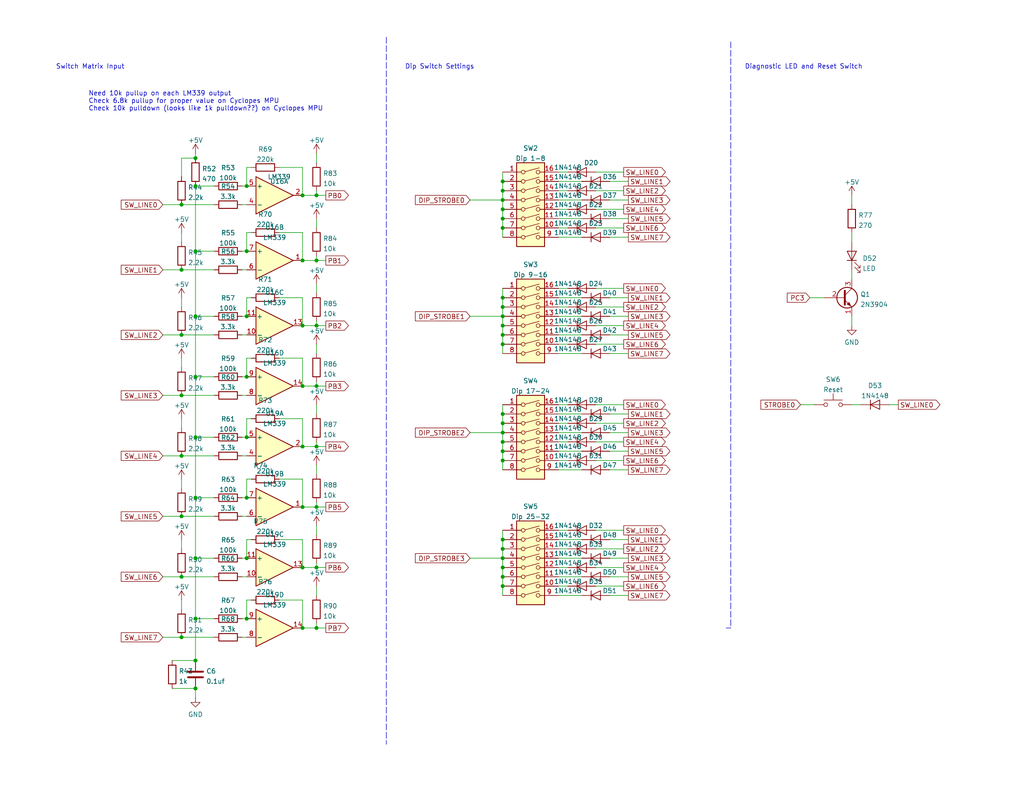
<source format=kicad_sch>
(kicad_sch (version 20211123) (generator eeschema)
  (paper "USLetter")
  (title_block (title "Switch Matrix, Dip Switches and Diag/Reset Sw") (date "2022-02-05") (rev "1.1") (company "ePinball") (comment 1 "github.com/jfleitz/gp-mpu") (comment 2 "1.1: Update R52 = 470, R43 = 1k; Add R83-R90"))
  (junction (at 53.34 43.18))
  (junction (at 49.53 107.95))
  (junction (at 137.16 154.94))
  (junction (at 49.53 91.44))
  (junction (at 137.16 86.36))
  (junction (at 86.36 154.94))
  (junction (at 53.34 50.8))
  (junction (at 53.34 119.38))
  (junction (at 137.16 88.9))
  (junction (at 67.31 119.38))
  (junction (at 53.34 168.91))
  (junction (at 137.16 120.65))
  (junction (at 137.16 147.32))
  (junction (at 67.31 168.91))
  (junction (at 137.16 62.23))
  (junction (at 53.34 135.89))
  (junction (at 137.16 59.69))
  (junction (at 82.55 71.12))
  (junction (at 137.16 54.61))
  (junction (at 82.55 88.9))
  (junction (at 67.31 152.4))
  (junction (at 137.16 81.28))
  (junction (at 86.36 171.45))
  (junction (at 82.55 138.43))
  (junction (at 67.31 68.58))
  (junction (at 49.53 140.97))
  (junction (at 137.16 49.53))
  (junction (at 86.36 138.43))
  (junction (at 53.34 102.87))
  (junction (at 82.55 121.92))
  (junction (at 49.53 124.46))
  (junction (at 137.16 115.57))
  (junction (at 82.55 171.45))
  (junction (at 137.16 118.11))
  (junction (at 53.34 187.96))
  (junction (at 86.36 88.9))
  (junction (at 137.16 91.44))
  (junction (at 137.16 125.73))
  (junction (at 86.36 53.34))
  (junction (at 137.16 93.98))
  (junction (at 82.55 105.41))
  (junction (at 137.16 160.02))
  (junction (at 86.36 105.41))
  (junction (at 67.31 86.36))
  (junction (at 137.16 52.07))
  (junction (at 137.16 152.4))
  (junction (at 49.53 55.88))
  (junction (at 49.53 157.48))
  (junction (at 53.34 86.36))
  (junction (at 53.34 152.4))
  (junction (at 137.16 149.86))
  (junction (at 82.55 53.34))
  (junction (at 86.36 71.12))
  (junction (at 67.31 102.87))
  (junction (at 137.16 123.19))
  (junction (at 67.31 50.8))
  (junction (at 137.16 57.15))
  (junction (at 53.34 68.58))
  (junction (at 53.34 180.34))
  (junction (at 137.16 113.03))
  (junction (at 49.53 73.66))
  (junction (at 86.36 121.92))
  (junction (at 49.53 173.99))
  (junction (at 67.31 135.89))
  (junction (at 82.55 154.94))
  (junction (at 137.16 157.48))
  (junction (at 137.16 83.82))
  (wire (pts (xy 86.36 110.49) (xy 86.36 113.03)))
  (wire (pts (xy 44.45 91.44) (xy 49.53 91.44)))
  (wire (pts (xy 53.34 119.38) (xy 53.34 102.87)))
  (wire (pts (xy 162.56 125.73) (xy 170.18 125.73)))
  (wire (pts (xy 49.53 55.88) (xy 58.42 55.88)))
  (wire (pts (xy 152.4 162.56) (xy 158.75 162.56)))
  (wire (pts (xy 82.55 63.5) (xy 82.55 71.12)))
  (wire (pts (xy 82.55 105.41) (xy 86.36 105.41)))
  (wire (pts (xy 162.56 154.94) (xy 170.18 154.94)))
  (wire (pts (xy 137.16 123.19) (xy 137.16 125.73)))
  (wire (pts (xy 137.16 78.74) (xy 137.16 81.28)))
  (wire (pts (xy 82.55 45.72) (xy 82.55 53.34)))
  (wire (pts (xy 137.16 54.61) (xy 137.16 57.15)))
  (wire (pts (xy 232.41 53.34) (xy 232.41 55.88)))
  (wire (pts (xy 66.04 119.38) (xy 67.31 119.38)))
  (wire (pts (xy 162.56 46.99) (xy 170.18 46.99)))
  (wire (pts (xy 152.4 144.78) (xy 154.94 144.78)))
  (wire (pts (xy 67.31 45.72) (xy 68.58 45.72)))
  (wire (pts (xy 82.55 163.83) (xy 82.55 171.45)))
  (wire (pts (xy 53.34 86.36) (xy 58.42 86.36)))
  (wire (pts (xy 86.36 104.14) (xy 86.36 105.41)))
  (wire (pts (xy 166.37 123.19) (xy 171.45 123.19)))
  (wire (pts (xy 152.4 123.19) (xy 158.75 123.19)))
  (wire (pts (xy 86.36 77.47) (xy 86.36 80.01)))
  (wire (pts (xy 162.56 110.49) (xy 170.18 110.49)))
  (wire (pts (xy 49.53 147.32) (xy 49.53 149.86)))
  (wire (pts (xy 86.36 121.92) (xy 88.9 121.92)))
  (wire (pts (xy 82.55 53.34) (xy 86.36 53.34)))
  (wire (pts (xy 53.34 68.58) (xy 53.34 86.36)))
  (wire (pts (xy 67.31 102.87) (xy 67.31 97.79)))
  (wire (pts (xy 162.56 78.74) (xy 170.18 78.74)))
  (wire (pts (xy 218.44 110.49) (xy 222.25 110.49)))
  (wire (pts (xy 67.31 147.32) (xy 68.58 147.32)))
  (wire (pts (xy 152.4 118.11) (xy 158.75 118.11)))
  (wire (pts (xy 67.31 152.4) (xy 67.31 147.32)))
  (wire (pts (xy 82.55 171.45) (xy 86.36 171.45)))
  (wire (pts (xy 53.34 168.91) (xy 53.34 180.34)))
  (wire (pts (xy 152.4 93.98) (xy 154.94 93.98)))
  (polyline (pts (xy 198.12 171.45) (xy 199.39 171.45)))
  (wire (pts (xy 49.53 107.95) (xy 58.42 107.95)))
  (wire (pts (xy 137.16 154.94) (xy 137.16 157.48)))
  (wire (pts (xy 76.2 63.5) (xy 82.55 63.5)))
  (wire (pts (xy 162.56 160.02) (xy 170.18 160.02)))
  (wire (pts (xy 137.16 91.44) (xy 137.16 93.98)))
  (wire (pts (xy 152.4 62.23) (xy 154.94 62.23)))
  (wire (pts (xy 49.53 140.97) (xy 58.42 140.97)))
  (wire (pts (xy 76.2 163.83) (xy 82.55 163.83)))
  (wire (pts (xy 220.98 81.28) (xy 224.79 81.28)))
  (wire (pts (xy 49.53 73.66) (xy 58.42 73.66)))
  (wire (pts (xy 67.31 81.28) (xy 68.58 81.28)))
  (wire (pts (xy 46.99 180.34) (xy 53.34 180.34)))
  (wire (pts (xy 166.37 49.53) (xy 171.45 49.53)))
  (wire (pts (xy 67.31 163.83) (xy 68.58 163.83)))
  (wire (pts (xy 152.4 157.48) (xy 158.75 157.48)))
  (wire (pts (xy 162.56 144.78) (xy 170.18 144.78)))
  (wire (pts (xy 86.36 120.65) (xy 86.36 121.92)))
  (wire (pts (xy 44.45 173.99) (xy 49.53 173.99)))
  (wire (pts (xy 162.56 120.65) (xy 170.18 120.65)))
  (wire (pts (xy 49.53 114.3) (xy 49.53 116.84)))
  (wire (pts (xy 44.45 55.88) (xy 49.53 55.88)))
  (wire (pts (xy 66.04 173.99) (xy 67.31 173.99)))
  (wire (pts (xy 232.41 86.36) (xy 232.41 88.9)))
  (wire (pts (xy 49.53 63.5) (xy 49.53 66.04)))
  (wire (pts (xy 86.36 171.45) (xy 88.9 171.45)))
  (wire (pts (xy 162.56 62.23) (xy 170.18 62.23)))
  (wire (pts (xy 166.37 91.44) (xy 171.45 91.44)))
  (wire (pts (xy 58.42 152.4) (xy 53.34 152.4)))
  (wire (pts (xy 58.42 168.91) (xy 53.34 168.91)))
  (wire (pts (xy 166.37 162.56) (xy 171.45 162.56)))
  (wire (pts (xy 86.36 154.94) (xy 88.9 154.94)))
  (wire (pts (xy 67.31 68.58) (xy 67.31 63.5)))
  (wire (pts (xy 152.4 128.27) (xy 158.75 128.27)))
  (wire (pts (xy 137.16 81.28) (xy 137.16 83.82)))
  (wire (pts (xy 82.55 147.32) (xy 82.55 154.94)))
  (wire (pts (xy 76.2 130.81) (xy 82.55 130.81)))
  (wire (pts (xy 53.34 119.38) (xy 53.34 135.89)))
  (wire (pts (xy 232.41 63.5) (xy 232.41 66.04)))
  (wire (pts (xy 152.4 160.02) (xy 154.94 160.02)))
  (wire (pts (xy 242.57 110.49) (xy 245.11 110.49)))
  (wire (pts (xy 152.4 81.28) (xy 158.75 81.28)))
  (wire (pts (xy 58.42 102.87) (xy 53.34 102.87)))
  (wire (pts (xy 67.31 130.81) (xy 67.31 135.89)))
  (wire (pts (xy 67.31 86.36) (xy 67.31 81.28)))
  (wire (pts (xy 137.16 152.4) (xy 137.16 154.94)))
  (wire (pts (xy 152.4 154.94) (xy 154.94 154.94)))
  (wire (pts (xy 49.53 163.83) (xy 49.53 166.37)))
  (wire (pts (xy 76.2 114.3) (xy 82.55 114.3)))
  (wire (pts (xy 137.16 144.78) (xy 137.16 147.32)))
  (wire (pts (xy 166.37 59.69) (xy 171.45 59.69)))
  (wire (pts (xy 162.56 149.86) (xy 170.18 149.86)))
  (wire (pts (xy 166.37 86.36) (xy 171.45 86.36)))
  (wire (pts (xy 53.34 187.96) (xy 53.34 190.5)))
  (wire (pts (xy 76.2 147.32) (xy 82.55 147.32)))
  (wire (pts (xy 44.45 124.46) (xy 49.53 124.46)))
  (wire (pts (xy 67.31 114.3) (xy 68.58 114.3)))
  (wire (pts (xy 152.4 96.52) (xy 158.75 96.52)))
  (wire (pts (xy 166.37 157.48) (xy 171.45 157.48)))
  (wire (pts (xy 128.27 152.4) (xy 137.16 152.4)))
  (wire (pts (xy 86.36 143.51) (xy 86.36 146.05)))
  (wire (pts (xy 53.34 50.8) (xy 53.34 68.58)))
  (wire (pts (xy 49.53 157.48) (xy 58.42 157.48)))
  (wire (pts (xy 76.2 45.72) (xy 82.55 45.72)))
  (wire (pts (xy 53.34 50.8) (xy 58.42 50.8)))
  (wire (pts (xy 152.4 152.4) (xy 158.75 152.4)))
  (wire (pts (xy 137.16 115.57) (xy 137.16 118.11)))
  (wire (pts (xy 82.55 154.94) (xy 86.36 154.94)))
  (wire (pts (xy 86.36 87.63) (xy 86.36 88.9)))
  (wire (pts (xy 232.41 110.49) (xy 234.95 110.49)))
  (wire (pts (xy 53.34 168.91) (xy 53.34 152.4)))
  (wire (pts (xy 44.45 107.95) (xy 49.53 107.95)))
  (wire (pts (xy 162.56 88.9) (xy 170.18 88.9)))
  (wire (pts (xy 49.53 130.81) (xy 49.53 133.35)))
  (wire (pts (xy 66.04 91.44) (xy 67.31 91.44)))
  (wire (pts (xy 49.53 97.79) (xy 49.53 100.33)))
  (wire (pts (xy 166.37 64.77) (xy 171.45 64.77)))
  (wire (pts (xy 66.04 140.97) (xy 67.31 140.97)))
  (wire (pts (xy 66.04 86.36) (xy 67.31 86.36)))
  (wire (pts (xy 128.27 54.61) (xy 137.16 54.61)))
  (wire (pts (xy 86.36 137.16) (xy 86.36 138.43)))
  (wire (pts (xy 162.56 52.07) (xy 170.18 52.07)))
  (wire (pts (xy 86.36 160.02) (xy 86.36 162.56)))
  (wire (pts (xy 152.4 86.36) (xy 158.75 86.36)))
  (wire (pts (xy 162.56 93.98) (xy 170.18 93.98)))
  (wire (pts (xy 152.4 46.99) (xy 154.94 46.99)))
  (wire (pts (xy 66.04 50.8) (xy 67.31 50.8)))
  (wire (pts (xy 137.16 93.98) (xy 137.16 96.52)))
  (wire (pts (xy 82.55 121.92) (xy 86.36 121.92)))
  (wire (pts (xy 53.34 41.91) (xy 53.34 43.18)))
  (wire (pts (xy 86.36 69.85) (xy 86.36 71.12)))
  (wire (pts (xy 152.4 125.73) (xy 154.94 125.73)))
  (wire (pts (xy 67.31 63.5) (xy 68.58 63.5)))
  (wire (pts (xy 137.16 120.65) (xy 137.16 123.19)))
  (wire (pts (xy 166.37 96.52) (xy 171.45 96.52)))
  (wire (pts (xy 86.36 153.67) (xy 86.36 154.94)))
  (wire (pts (xy 86.36 170.18) (xy 86.36 171.45)))
  (wire (pts (xy 152.4 49.53) (xy 158.75 49.53)))
  (wire (pts (xy 162.56 115.57) (xy 170.18 115.57)))
  (wire (pts (xy 82.55 130.81) (xy 82.55 138.43)))
  (wire (pts (xy 137.16 49.53) (xy 137.16 52.07)))
  (wire (pts (xy 137.16 149.86) (xy 137.16 152.4)))
  (wire (pts (xy 66.04 55.88) (xy 67.31 55.88)))
  (wire (pts (xy 152.4 147.32) (xy 158.75 147.32)))
  (wire (pts (xy 46.99 187.96) (xy 53.34 187.96)))
  (wire (pts (xy 58.42 119.38) (xy 53.34 119.38)))
  (wire (pts (xy 137.16 46.99) (xy 137.16 49.53)))
  (wire (pts (xy 137.16 88.9) (xy 137.16 91.44)))
  (wire (pts (xy 152.4 57.15) (xy 154.94 57.15)))
  (wire (pts (xy 66.04 73.66) (xy 67.31 73.66)))
  (wire (pts (xy 82.55 81.28) (xy 82.55 88.9)))
  (wire (pts (xy 53.34 135.89) (xy 58.42 135.89)))
  (wire (pts (xy 67.31 168.91) (xy 67.31 163.83)))
  (wire (pts (xy 86.36 71.12) (xy 88.9 71.12)))
  (wire (pts (xy 166.37 54.61) (xy 171.45 54.61)))
  (wire (pts (xy 44.45 140.97) (xy 49.53 140.97)))
  (wire (pts (xy 152.4 64.77) (xy 158.75 64.77)))
  (wire (pts (xy 67.31 50.8) (xy 67.31 45.72)))
  (wire (pts (xy 82.55 97.79) (xy 82.55 105.41)))
  (polyline (pts (xy 199.39 11.43) (xy 199.39 171.45)))
  (wire (pts (xy 137.16 125.73) (xy 137.16 128.27)))
  (wire (pts (xy 82.55 138.43) (xy 86.36 138.43)))
  (wire (pts (xy 68.58 130.81) (xy 67.31 130.81)))
  (wire (pts (xy 82.55 71.12) (xy 86.36 71.12)))
  (wire (pts (xy 152.4 83.82) (xy 154.94 83.82)))
  (wire (pts (xy 66.04 152.4) (xy 67.31 152.4)))
  (wire (pts (xy 66.04 68.58) (xy 67.31 68.58)))
  (wire (pts (xy 66.04 107.95) (xy 67.31 107.95)))
  (wire (pts (xy 128.27 118.11) (xy 137.16 118.11)))
  (wire (pts (xy 86.36 138.43) (xy 88.9 138.43)))
  (wire (pts (xy 137.16 113.03) (xy 137.16 115.57)))
  (wire (pts (xy 66.04 102.87) (xy 67.31 102.87)))
  (wire (pts (xy 67.31 97.79) (xy 68.58 97.79)))
  (wire (pts (xy 49.53 43.18) (xy 49.53 48.26)))
  (wire (pts (xy 137.16 57.15) (xy 137.16 59.69)))
  (wire (pts (xy 152.4 91.44) (xy 158.75 91.44)))
  (wire (pts (xy 137.16 86.36) (xy 137.16 88.9)))
  (wire (pts (xy 137.16 160.02) (xy 137.16 162.56)))
  (wire (pts (xy 53.34 43.18) (xy 49.53 43.18)))
  (wire (pts (xy 152.4 59.69) (xy 158.75 59.69)))
  (wire (pts (xy 49.53 124.46) (xy 58.42 124.46)))
  (wire (pts (xy 49.53 91.44) (xy 58.42 91.44)))
  (wire (pts (xy 166.37 118.11) (xy 171.45 118.11)))
  (wire (pts (xy 137.16 59.69) (xy 137.16 62.23)))
  (wire (pts (xy 86.36 59.69) (xy 86.36 62.23)))
  (wire (pts (xy 152.4 88.9) (xy 154.94 88.9)))
  (wire (pts (xy 152.4 52.07) (xy 154.94 52.07)))
  (wire (pts (xy 53.34 68.58) (xy 58.42 68.58)))
  (polyline (pts (xy 105.41 10.16) (xy 105.41 203.2)))
  (wire (pts (xy 137.16 83.82) (xy 137.16 86.36)))
  (wire (pts (xy 86.36 41.91) (xy 86.36 44.45)))
  (wire (pts (xy 76.2 97.79) (xy 82.55 97.79)))
  (wire (pts (xy 66.04 157.48) (xy 67.31 157.48)))
  (wire (pts (xy 166.37 113.03) (xy 171.45 113.03)))
  (wire (pts (xy 137.16 52.07) (xy 137.16 54.61)))
  (wire (pts (xy 137.16 118.11) (xy 137.16 120.65)))
  (wire (pts (xy 86.36 88.9) (xy 88.9 88.9)))
  (wire (pts (xy 86.36 127) (xy 86.36 129.54)))
  (wire (pts (xy 152.4 78.74) (xy 154.94 78.74)))
  (wire (pts (xy 86.36 93.98) (xy 86.36 96.52)))
  (wire (pts (xy 128.27 86.36) (xy 137.16 86.36)))
  (wire (pts (xy 152.4 115.57) (xy 154.94 115.57)))
  (wire (pts (xy 66.04 168.91) (xy 67.31 168.91)))
  (wire (pts (xy 166.37 152.4) (xy 171.45 152.4)))
  (wire (pts (xy 49.53 173.99) (xy 58.42 173.99)))
  (wire (pts (xy 137.16 147.32) (xy 137.16 149.86)))
  (wire (pts (xy 162.56 83.82) (xy 170.18 83.82)))
  (wire (pts (xy 86.36 52.07) (xy 86.36 53.34)))
  (wire (pts (xy 82.55 114.3) (xy 82.55 121.92)))
  (wire (pts (xy 166.37 147.32) (xy 171.45 147.32)))
  (wire (pts (xy 166.37 128.27) (xy 171.45 128.27)))
  (wire (pts (xy 137.16 62.23) (xy 137.16 64.77)))
  (wire (pts (xy 152.4 113.03) (xy 158.75 113.03)))
  (wire (pts (xy 137.16 110.49) (xy 137.16 113.03)))
  (wire (pts (xy 53.34 152.4) (xy 53.34 135.89)))
  (wire (pts (xy 82.55 88.9) (xy 86.36 88.9)))
  (wire (pts (xy 76.2 81.28) (xy 82.55 81.28)))
  (wire (pts (xy 137.16 157.48) (xy 137.16 160.02)))
  (wire (pts (xy 152.4 110.49) (xy 154.94 110.49)))
  (wire (pts (xy 162.56 57.15) (xy 170.18 57.15)))
  (wire (pts (xy 67.31 119.38) (xy 67.31 114.3)))
  (wire (pts (xy 152.4 149.86) (xy 154.94 149.86)))
  (wire (pts (xy 66.04 124.46) (xy 67.31 124.46)))
  (wire (pts (xy 66.04 135.89) (xy 67.31 135.89)))
  (wire (pts (xy 152.4 120.65) (xy 154.94 120.65)))
  (wire (pts (xy 86.36 53.34) (xy 88.9 53.34)))
  (wire (pts (xy 44.45 73.66) (xy 49.53 73.66)))
  (wire (pts (xy 44.45 157.48) (xy 49.53 157.48)))
  (wire (pts (xy 166.37 81.28) (xy 171.45 81.28)))
  (wire (pts (xy 53.34 102.87) (xy 53.34 86.36)))
  (wire (pts (xy 152.4 54.61) (xy 158.75 54.61)))
  (wire (pts (xy 86.36 105.41) (xy 88.9 105.41)))
  (wire (pts (xy 232.41 73.66) (xy 232.41 76.2)))
  (wire (pts (xy 49.53 81.28) (xy 49.53 83.82)))
  (text "Switch Matrix Input" (at 15.24 19.05 0) (effects (font (size 1.27 1.27)) (justify left bottom)))
  (text "Need 10k pullup on each LM339 output\nCheck 6.8k pullup for proper value on Cyclopes MPU\nCheck 10k pulldown (looks like 1k pulldown??) on Cyclopes MPU" (at 24.13 30.48 0) (effects (font (size 1.27 1.27)) (justify left bottom)))
  (text "Diagnostic LED and Reset Switch" (at 203.2 19.05 0) (effects (font (size 1.27 1.27)) (justify left bottom)))
  (text "Dip Switch Settings" (at 110.49 19.05 0) (effects (font (size 1.27 1.27)) (justify left bottom)))
  (global_label "SW_LINE7" (shape output) (at 171.45 162.56 0) (property "Intersheet References" "${INTERSHEET_REFS}" (effects hide)))
  (global_label "SW_LINE0" (shape output) (at 170.18 46.99 0) (property "Intersheet References" "${INTERSHEET_REFS}" (effects hide)))
  (global_label "SW_LINE1" (shape output) (at 171.45 113.03 0) (property "Intersheet References" "${INTERSHEET_REFS}" (effects hide)))
  (global_label "SW_LINE5" (shape output) (at 171.45 91.44 0) (property "Intersheet References" "${INTERSHEET_REFS}" (effects hide)))
  (global_label "SW_LINE1" (shape input) (at 44.45 73.66 180) (property "Intersheet References" "${INTERSHEET_REFS}" (effects hide)))
  (global_label "SW_LINE3" (shape input) (at 44.45 107.95 180) (property "Intersheet References" "${INTERSHEET_REFS}" (effects hide)))
  (global_label "SW_LINE5" (shape output) (at 171.45 123.19 0) (property "Intersheet References" "${INTERSHEET_REFS}" (effects hide)))
  (global_label "SW_LINE6" (shape output) (at 170.18 93.98 0) (property "Intersheet References" "${INTERSHEET_REFS}" (effects hide)))
  (global_label "SW_LINE2" (shape input) (at 44.45 91.44 180) (property "Intersheet References" "${INTERSHEET_REFS}" (effects hide)))
  (global_label "PB2" (shape output) (at 88.9 88.9 0) (property "Intersheet References" "${INTERSHEET_REFS}" (effects hide)))
  (global_label "PB4" (shape output) (at 88.9 121.92 0) (property "Intersheet References" "${INTERSHEET_REFS}" (effects hide)))
  (global_label "SW_LINE2" (shape output) (at 170.18 149.86 0) (property "Intersheet References" "${INTERSHEET_REFS}" (effects hide)))
  (global_label "SW_LINE7" (shape output) (at 171.45 96.52 0) (property "Intersheet References" "${INTERSHEET_REFS}" (effects hide)))
  (global_label "PB3" (shape output) (at 88.9 105.41 0) (property "Intersheet References" "${INTERSHEET_REFS}" (effects hide)))
  (global_label "SW_LINE5" (shape input) (at 44.45 140.97 180) (property "Intersheet References" "${INTERSHEET_REFS}" (effects hide)))
  (global_label "DIP_STROBE3" (shape input) (at 128.27 152.4 180) (property "Intersheet References" "${INTERSHEET_REFS}" (effects hide)))
  (global_label "PB0" (shape output) (at 88.9 53.34 0) (property "Intersheet References" "${INTERSHEET_REFS}" (effects hide)))
  (global_label "SW_LINE1" (shape output) (at 171.45 49.53 0) (property "Intersheet References" "${INTERSHEET_REFS}" (effects hide)))
  (global_label "SW_LINE3" (shape output) (at 171.45 118.11 0) (property "Intersheet References" "${INTERSHEET_REFS}" (effects hide)))
  (global_label "SW_LINE7" (shape input) (at 44.45 173.99 180) (property "Intersheet References" "${INTERSHEET_REFS}" (effects hide)))
  (global_label "SW_LINE1" (shape output) (at 171.45 81.28 0) (property "Intersheet References" "${INTERSHEET_REFS}" (effects hide)))
  (global_label "SW_LINE6" (shape output) (at 170.18 125.73 0) (property "Intersheet References" "${INTERSHEET_REFS}" (effects hide)))
  (global_label "SW_LINE3" (shape output) (at 171.45 54.61 0) (property "Intersheet References" "${INTERSHEET_REFS}" (effects hide)))
  (global_label "SW_LINE7" (shape output) (at 171.45 128.27 0) (property "Intersheet References" "${INTERSHEET_REFS}" (effects hide)))
  (global_label "SW_LINE6" (shape input) (at 44.45 157.48 180) (property "Intersheet References" "${INTERSHEET_REFS}" (effects hide)))
  (global_label "PB5" (shape output) (at 88.9 138.43 0) (property "Intersheet References" "${INTERSHEET_REFS}" (effects hide)))
  (global_label "PC3" (shape input) (at 220.98 81.28 180) (property "Intersheet References" "${INTERSHEET_REFS}" (effects hide)))
  (global_label "SW_LINE7" (shape output) (at 171.45 64.77 0) (property "Intersheet References" "${INTERSHEET_REFS}" (effects hide)))
  (global_label "SW_LINE2" (shape output) (at 170.18 115.57 0) (property "Intersheet References" "${INTERSHEET_REFS}" (effects hide)))
  (global_label "SW_LINE0" (shape input) (at 44.45 55.88 180) (property "Intersheet References" "${INTERSHEET_REFS}" (effects hide)))
  (global_label "SW_LINE2" (shape output) (at 170.18 52.07 0) (property "Intersheet References" "${INTERSHEET_REFS}" (effects hide)))
  (global_label "DIP_STROBE2" (shape input) (at 128.27 118.11 180) (property "Intersheet References" "${INTERSHEET_REFS}" (effects hide)))
  (global_label "SW_LINE4" (shape output) (at 170.18 154.94 0) (property "Intersheet References" "${INTERSHEET_REFS}" (effects hide)))
  (global_label "SW_LINE0" (shape output) (at 170.18 78.74 0) (property "Intersheet References" "${INTERSHEET_REFS}" (effects hide)))
  (global_label "STROBE0" (shape input) (at 218.44 110.49 180) (property "Intersheet References" "${INTERSHEET_REFS}" (effects hide)))
  (global_label "SW_LINE3" (shape output) (at 171.45 86.36 0) (property "Intersheet References" "${INTERSHEET_REFS}" (effects hide)))
  (global_label "SW_LINE2" (shape output) (at 170.18 83.82 0) (property "Intersheet References" "${INTERSHEET_REFS}" (effects hide)))
  (global_label "PB7" (shape output) (at 88.9 171.45 0) (property "Intersheet References" "${INTERSHEET_REFS}" (effects hide)))
  (global_label "PB6" (shape output) (at 88.9 154.94 0) (property "Intersheet References" "${INTERSHEET_REFS}" (effects hide)))
  (global_label "DIP_STROBE1" (shape input) (at 128.27 86.36 180) (property "Intersheet References" "${INTERSHEET_REFS}" (effects hide)))
  (global_label "SW_LINE1" (shape output) (at 171.45 147.32 0) (property "Intersheet References" "${INTERSHEET_REFS}" (effects hide)))
  (global_label "SW_LINE0" (shape output) (at 170.18 110.49 0) (property "Intersheet References" "${INTERSHEET_REFS}" (effects hide)))
  (global_label "SW_LINE4" (shape output) (at 170.18 88.9 0) (property "Intersheet References" "${INTERSHEET_REFS}" (effects hide)))
  (global_label "DIP_STROBE0" (shape input) (at 128.27 54.61 180) (property "Intersheet References" "${INTERSHEET_REFS}" (effects hide)))
  (global_label "SW_LINE5" (shape output) (at 171.45 157.48 0) (property "Intersheet References" "${INTERSHEET_REFS}" (effects hide)))
  (global_label "SW_LINE0" (shape output) (at 170.18 144.78 0) (property "Intersheet References" "${INTERSHEET_REFS}" (effects hide)))
  (global_label "PB1" (shape output) (at 88.9 71.12 0) (property "Intersheet References" "${INTERSHEET_REFS}" (effects hide)))
  (global_label "SW_LINE0" (shape output) (at 245.11 110.49 0) (property "Intersheet References" "${INTERSHEET_REFS}" (effects hide)))
  (global_label "SW_LINE6" (shape output) (at 170.18 160.02 0) (property "Intersheet References" "${INTERSHEET_REFS}" (effects hide)))
  (global_label "SW_LINE3" (shape output) (at 171.45 152.4 0) (property "Intersheet References" "${INTERSHEET_REFS}" (effects hide)))
  (global_label "SW_LINE4" (shape output) (at 170.18 57.15 0) (property "Intersheet References" "${INTERSHEET_REFS}" (effects hide)))
  (global_label "SW_LINE6" (shape output) (at 170.18 62.23 0) (property "Intersheet References" "${INTERSHEET_REFS}" (effects hide)))
  (global_label "SW_LINE4" (shape output) (at 170.18 120.65 0) (property "Intersheet References" "${INTERSHEET_REFS}" (effects hide)))
  (global_label "SW_LINE4" (shape input) (at 44.45 124.46 180) (property "Intersheet References" "${INTERSHEET_REFS}" (effects hide)))
  (global_label "SW_LINE5" (shape output) (at 171.45 59.69 0) (property "Intersheet References" "${INTERSHEET_REFS}" (effects hide)))
  (symbol (lib_id "Device:R") (at 86.36 116.84 0) (unit 1)
    (property "Reference" "R87" (at 88.138 115.9315 0) (effects (justify left)))
    (property "Value" "10k" (at 88.138 118.7066 0) (effects (justify left)))
    (property "Footprint" "Resistor_THT:R_Axial_DIN0207_L6.3mm_D2.5mm_P10.16mm_Horizontal" (effects hide))
  )
  (symbol (lib_id "Diode:1N4148") (at 158.75 83.82 0) (unit 1)
    (property "Reference" "D25" (at 162.56 82.55 0))
    (property "Value" "1N4148" (at 154.94 82.55 0))
    (property "Footprint" "Diode_THT:D_DO-35_SOD27_P7.62mm_Horizontal" (effects hide))
    (property "Datasheet" "https://assets.nexperia.com/documents/data-sheet/1N4148_1N4448.pdf" (effects hide))
  )
  (symbol (lib_id "Device:R") (at 46.99 184.15 0) (unit 1)
    (property "Reference" "R43" (at 48.768 183.2415 0) (effects (justify left)))
    (property "Value" "1k" (at 48.768 186.0166 0) (effects (justify left)))
    (property "Footprint" "Resistor_THT:R_Axial_DIN0207_L6.3mm_D2.5mm_P10.16mm_Horizontal" (effects hide))
  )
  (symbol (lib_id "Device:R") (at 62.23 102.87 90) (unit 1)
    (property "Reference" "R59" (at 62.23 97.8875 90))
    (property "Value" "100k" (at 62.23 100.6626 90))
    (property "Footprint" "Resistor_THT:R_Axial_DIN0207_L6.3mm_D2.5mm_P10.16mm_Horizontal" (effects hide))
  )
  (symbol (lib_id "Device:R") (at 62.23 173.99 90) (unit 1)
    (property "Reference" "R68" (at 62.23 169.0075 90))
    (property "Value" "3.3k" (at 62.23 171.7826 90))
    (property "Footprint" "Resistor_THT:R_Axial_DIN0207_L6.3mm_D2.5mm_P10.16mm_Horizontal" (effects hide))
  )
  (symbol (lib_id "Diode:1N4148") (at 158.75 93.98 0) (unit 1)
    (property "Reference" "D27" (at 162.56 92.71 0))
    (property "Value" "1N4148" (at 154.94 92.71 0))
    (property "Footprint" "Diode_THT:D_DO-35_SOD27_P7.62mm_Horizontal" (effects hide))
    (property "Datasheet" "https://assets.nexperia.com/documents/data-sheet/1N4148_1N4448.pdf" (effects hide))
  )
  (symbol (lib_id "Diode:1N4148") (at 162.56 81.28 0) (unit 1)
    (property "Reference" "D40" (at 166.37 80.01 0))
    (property "Value" "1N4148" (at 154.94 80.01 0))
    (property "Footprint" "Diode_THT:D_DO-35_SOD27_P7.62mm_Horizontal" (effects hide))
    (property "Datasheet" "https://assets.nexperia.com/documents/data-sheet/1N4148_1N4448.pdf" (effects hide))
  )
  (symbol (lib_id "Device:R") (at 49.53 52.07 180) (unit 1)
    (property "Reference" "R44" (at 51.308 51.1615 0) (effects (justify right)))
    (property "Value" "2.2k" (at 51.308 53.9366 0) (effects (justify right)))
    (property "Footprint" "Resistor_THT:R_Axial_DIN0207_L6.3mm_D2.5mm_P10.16mm_Horizontal" (effects hide))
  )
  (symbol (lib_id "Diode:1N4148") (at 158.75 46.99 0) (unit 1)
    (property "Reference" "D20" (at 161.29 44.45 0))
    (property "Value" "1N4148" (at 154.94 45.72 0))
    (property "Footprint" "Diode_THT:D_DO-35_SOD27_P7.62mm_Horizontal" (effects hide))
    (property "Datasheet" "https://assets.nexperia.com/documents/data-sheet/1N4148_1N4448.pdf" (effects hide))
  )
  (symbol (lib_id "Device:R") (at 62.23 140.97 90) (unit 1)
    (property "Reference" "R64" (at 62.23 135.9875 90))
    (property "Value" "3.3k" (at 62.23 138.7626 90))
    (property "Footprint" "Resistor_THT:R_Axial_DIN0207_L6.3mm_D2.5mm_P10.16mm_Horizontal" (effects hide))
  )
  (symbol (lib_id "Diode:1N4148") (at 158.75 125.73 0) (unit 1)
    (property "Reference" "D31" (at 162.56 124.46 0))
    (property "Value" "1N4148" (at 154.94 124.46 0))
    (property "Footprint" "Diode_THT:D_DO-35_SOD27_P7.62mm_Horizontal" (effects hide))
    (property "Datasheet" "https://assets.nexperia.com/documents/data-sheet/1N4148_1N4448.pdf" (effects hide))
  )
  (symbol (lib_id "Device:R") (at 62.23 107.95 90) (unit 1)
    (property "Reference" "R60" (at 62.23 102.9675 90))
    (property "Value" "3.3k" (at 62.23 105.7426 90))
    (property "Footprint" "Resistor_THT:R_Axial_DIN0207_L6.3mm_D2.5mm_P10.16mm_Horizontal" (effects hide))
  )
  (symbol (lib_id "Device:R") (at 62.23 68.58 90) (unit 1)
    (property "Reference" "R55" (at 62.23 63.5975 90))
    (property "Value" "100k" (at 62.23 66.3726 90))
    (property "Footprint" "Resistor_THT:R_Axial_DIN0207_L6.3mm_D2.5mm_P10.16mm_Horizontal" (effects hide))
  )
  (symbol (lib_id "Device:R") (at 86.36 166.37 0) (unit 1)
    (property "Reference" "R90" (at 88.138 165.4615 0) (effects (justify left)))
    (property "Value" "10k" (at 88.138 168.2366 0) (effects (justify left)))
    (property "Footprint" "Resistor_THT:R_Axial_DIN0207_L6.3mm_D2.5mm_P10.16mm_Horizontal" (effects hide))
  )
  (symbol (lib_id "Device:C") (at 53.34 184.15 0) (unit 1)
    (property "Reference" "C6" (at 56.261 183.2415 0) (effects (justify left)))
    (property "Value" "0.1uf" (at 56.261 186.0166 0) (effects (justify left)))
    (property "Footprint" "Capacitor_THT:C_Disc_D5.0mm_W2.5mm_P5.00mm" (effects hide))
  )
  (symbol (lib_id "Comparator:LM339") (at 74.93 121.92 0) (unit 1)
    (property "Reference" "U19" (at 74.93 112.8735 0))
    (property "Value" "LM339" (at 74.93 115.6486 0))
    (property "Footprint" "Package_DIP:DIP-14_W7.62mm_LongPads" (effects hide))
    (property "Datasheet" "https://www.st.com/resource/en/datasheet/lm139.pdf" (effects hide))
  )
  (symbol (lib_id "Device:LED") (at 232.41 69.85 90) (unit 1)
    (property "Reference" "D52" (at 235.331 70.5417 90) (effects (justify right)))
    (property "Value" "LED" (at 235.331 73.3168 90) (effects (justify right)))
    (property "Footprint" "LED_THT:LED_D3.0mm" (effects hide))
  )
  (symbol (lib_id "Diode:1N4148") (at 158.75 120.65 0) (unit 1)
    (property "Reference" "D30" (at 162.56 119.38 0))
    (property "Value" "1N4148" (at 154.94 119.38 0))
    (property "Footprint" "Diode_THT:D_DO-35_SOD27_P7.62mm_Horizontal" (effects hide))
    (property "Datasheet" "https://assets.nexperia.com/documents/data-sheet/1N4148_1N4448.pdf" (effects hide))
  )
  (symbol (lib_id "Transistor_BJT:2N3904") (at 229.87 81.28 0) (unit 1)
    (property "Reference" "Q1" (at 234.7214 80.3715 0) (effects (justify left)))
    (property "Value" "2N3904" (at 234.7214 83.1466 0) (effects (justify left)))
    (property "Footprint" "Package_TO_SOT_THT:TO-92_Inline" (effects hide))
    (property "Datasheet" "https://www.fairchildsemi.com/datasheets/2N/2N3904.pdf" (effects hide))
  )
  (symbol (lib_id "Device:R") (at 49.53 170.18 180) (unit 1)
    (property "Reference" "R51" (at 51.308 169.2715 0) (effects (justify right)))
    (property "Value" "2.2k" (at 51.308 172.0466 0) (effects (justify right)))
    (property "Footprint" "Resistor_THT:R_Axial_DIN0207_L6.3mm_D2.5mm_P10.16mm_Horizontal" (effects hide))
  )
  (symbol (lib_id "power:+5V") (at 86.36 110.49 0) (unit 1)
    (property "Reference" "#PWR068" (effects hide))
    (property "Value" "+5V" (at 86.36 106.8855 0))
  )
  (symbol (lib_id "Diode:1N4148") (at 162.56 123.19 0) (unit 1)
    (property "Reference" "D46" (at 166.37 121.92 0))
    (property "Value" "1N4148" (at 154.94 121.92 0))
    (property "Footprint" "Diode_THT:D_DO-35_SOD27_P7.62mm_Horizontal" (effects hide))
    (property "Datasheet" "https://assets.nexperia.com/documents/data-sheet/1N4148_1N4448.pdf" (effects hide))
  )
  (symbol (lib_id "Comparator:LM339") (at 74.93 105.41 0) (unit 4)
    (property "Reference" "U16" (at 74.93 96.3635 0))
    (property "Value" "LM339" (at 74.93 99.1386 0))
    (property "Footprint" "Package_DIP:DIP-14_W7.62mm_LongPads" (effects hide))
    (property "Datasheet" "https://www.st.com/resource/en/datasheet/lm139.pdf" (effects hide))
  )
  (symbol (lib_id "Device:R") (at 86.36 48.26 0) (unit 1)
    (property "Reference" "R83" (at 88.138 47.3515 0) (effects (justify left)))
    (property "Value" "10k" (at 88.138 50.1266 0) (effects (justify left)))
    (property "Footprint" "Resistor_THT:R_Axial_DIN0207_L6.3mm_D2.5mm_P10.16mm_Horizontal" (effects hide))
  )
  (symbol (lib_id "Diode:1N4148") (at 162.56 64.77 0) (unit 1)
    (property "Reference" "D39" (at 166.37 63.5 0))
    (property "Value" "1N4148" (at 154.94 63.5 0))
    (property "Footprint" "Diode_THT:D_DO-35_SOD27_P7.62mm_Horizontal" (effects hide))
    (property "Datasheet" "https://assets.nexperia.com/documents/data-sheet/1N4148_1N4448.pdf" (effects hide))
  )
  (symbol (lib_id "Diode:1N4148") (at 158.75 110.49 0) (unit 1)
    (property "Reference" "D28" (at 162.56 109.22 0))
    (property "Value" "1N4148" (at 154.94 109.22 0))
    (property "Footprint" "Diode_THT:D_DO-35_SOD27_P7.62mm_Horizontal" (effects hide))
    (property "Datasheet" "https://assets.nexperia.com/documents/data-sheet/1N4148_1N4448.pdf" (effects hide))
  )
  (symbol (lib_id "power:GND") (at 232.41 88.9 0) (unit 1)
    (property "Reference" "#PWR051" (effects hide))
    (property "Value" "GND" (at 232.41 93.4625 0))
  )
  (symbol (lib_id "power:+5V") (at 86.36 127 0) (unit 1)
    (property "Reference" "#PWR069" (effects hide))
    (property "Value" "+5V" (at 86.36 123.3955 0))
  )
  (symbol (lib_id "Switch:SW_Push") (at 227.33 110.49 0) (unit 1)
    (property "Reference" "SW6" (at 227.33 103.6025 0))
    (property "Value" "Reset" (at 227.33 106.3776 0))
    (property "Footprint" "Button_Switch_THT:SW_PUSH_6mm_H4.3mm" (effects hide))
  )
  (symbol (lib_id "Device:R") (at 49.53 153.67 180) (unit 1)
    (property "Reference" "R50" (at 51.308 152.7615 0) (effects (justify right)))
    (property "Value" "2.2k" (at 51.308 155.5366 0) (effects (justify right)))
    (property "Footprint" "Resistor_THT:R_Axial_DIN0207_L6.3mm_D2.5mm_P10.16mm_Horizontal" (effects hide))
  )
  (symbol (lib_id "Diode:1N4148") (at 162.56 49.53 0) (unit 1)
    (property "Reference" "D36" (at 166.37 48.26 0))
    (property "Value" "1N4148" (at 154.94 48.26 0))
    (property "Footprint" "Diode_THT:D_DO-35_SOD27_P7.62mm_Horizontal" (effects hide))
    (property "Datasheet" "https://assets.nexperia.com/documents/data-sheet/1N4148_1N4448.pdf" (effects hide))
  )
  (symbol (lib_id "Switch:SW_DIP_x08") (at 144.78 88.9 0) (unit 1)
    (property "Reference" "SW3" (at 144.78 72.2335 0))
    (property "Value" "Dip 9-16" (at 144.78 75.0086 0))
    (property "Footprint" "Package_DIP:DIP-16_W7.62mm_LongPads" (effects hide))
  )
  (symbol (lib_id "Diode:1N4148") (at 162.56 91.44 0) (unit 1)
    (property "Reference" "D42" (at 166.37 90.17 0))
    (property "Value" "1N4148" (at 154.94 90.17 0))
    (property "Footprint" "Diode_THT:D_DO-35_SOD27_P7.62mm_Horizontal" (effects hide))
    (property "Datasheet" "https://assets.nexperia.com/documents/data-sheet/1N4148_1N4448.pdf" (effects hide))
  )
  (symbol (lib_id "power:GND") (at 53.34 190.5 0) (unit 1)
    (property "Reference" "#PWR049" (effects hide))
    (property "Value" "GND" (at 53.34 195.0625 0))
  )
  (symbol (lib_id "Device:R") (at 86.36 149.86 0) (unit 1)
    (property "Reference" "R89" (at 88.138 148.9515 0) (effects (justify left)))
    (property "Value" "10k" (at 88.138 151.7266 0) (effects (justify left)))
    (property "Footprint" "Resistor_THT:R_Axial_DIN0207_L6.3mm_D2.5mm_P10.16mm_Horizontal" (effects hide))
  )
  (symbol (lib_id "Diode:1N4148") (at 158.75 52.07 0) (unit 1)
    (property "Reference" "D21" (at 162.56 50.8 0))
    (property "Value" "1N4148" (at 154.94 50.8 0))
    (property "Footprint" "Diode_THT:D_DO-35_SOD27_P7.62mm_Horizontal" (effects hide))
    (property "Datasheet" "https://assets.nexperia.com/documents/data-sheet/1N4148_1N4448.pdf" (effects hide))
  )
  (symbol (lib_id "Device:R") (at 62.23 73.66 270) (unit 1)
    (property "Reference" "R56" (at 62.23 68.6775 90))
    (property "Value" "3.3k" (at 62.23 71.4526 90))
    (property "Footprint" "Resistor_THT:R_Axial_DIN0207_L6.3mm_D2.5mm_P10.16mm_Horizontal" (effects hide))
  )
  (symbol (lib_id "Diode:1N4148") (at 162.56 162.56 0) (unit 1)
    (property "Reference" "D51" (at 166.37 161.29 0))
    (property "Value" "1N4148" (at 154.94 161.29 0))
    (property "Footprint" "Diode_THT:D_DO-35_SOD27_P7.62mm_Horizontal" (effects hide))
    (property "Datasheet" "https://assets.nexperia.com/documents/data-sheet/1N4148_1N4448.pdf" (effects hide))
  )
  (symbol (lib_id "Device:R") (at 72.39 63.5 90) (unit 1)
    (property "Reference" "R70" (at 72.39 58.5175 90))
    (property "Value" "220k" (at 72.39 61.2926 90))
    (property "Footprint" "Resistor_THT:R_Axial_DIN0207_L6.3mm_D2.5mm_P10.16mm_Horizontal" (effects hide))
  )
  (symbol (lib_id "Device:R") (at 72.39 114.3 90) (unit 1)
    (property "Reference" "R73" (at 72.39 109.3175 90))
    (property "Value" "220k" (at 72.39 112.0926 90))
    (property "Footprint" "Resistor_THT:R_Axial_DIN0207_L6.3mm_D2.5mm_P10.16mm_Horizontal" (effects hide))
  )
  (symbol (lib_id "Device:R") (at 62.23 55.88 90) (unit 1)
    (property "Reference" "R54" (at 62.23 50.8975 90))
    (property "Value" "3.3k" (at 62.23 53.6726 90))
    (property "Footprint" "Resistor_THT:R_Axial_DIN0207_L6.3mm_D2.5mm_P10.16mm_Horizontal" (effects hide))
  )
  (symbol (lib_id "power:+5V") (at 49.53 114.3 0) (unit 1)
    (property "Reference" "#PWR044" (effects hide))
    (property "Value" "+5V" (at 49.53 110.6955 0))
  )
  (symbol (lib_id "power:+5V") (at 49.53 63.5 0) (unit 1)
    (property "Reference" "#PWR041" (effects hide))
    (property "Value" "+5V" (at 49.53 59.8955 0))
  )
  (symbol (lib_id "Diode:1N4148") (at 158.75 88.9 0) (unit 1)
    (property "Reference" "D26" (at 162.56 87.63 0))
    (property "Value" "1N4148" (at 154.94 87.63 0))
    (property "Footprint" "Diode_THT:D_DO-35_SOD27_P7.62mm_Horizontal" (effects hide))
    (property "Datasheet" "https://assets.nexperia.com/documents/data-sheet/1N4148_1N4448.pdf" (effects hide))
  )
  (symbol (lib_id "Switch:SW_DIP_x08") (at 144.78 154.94 0) (unit 1)
    (property "Reference" "SW5" (at 144.78 138.2735 0))
    (property "Value" "Dip 25-32" (at 144.78 141.0486 0))
    (property "Footprint" "Package_DIP:DIP-16_W7.62mm_LongPads" (effects hide))
  )
  (symbol (lib_id "Device:R") (at 62.23 157.48 90) (unit 1)
    (property "Reference" "R66" (at 62.23 152.4975 90))
    (property "Value" "3.3k" (at 62.23 155.2726 90))
    (property "Footprint" "Resistor_THT:R_Axial_DIN0207_L6.3mm_D2.5mm_P10.16mm_Horizontal" (effects hide))
  )
  (symbol (lib_id "Device:R") (at 62.23 152.4 90) (unit 1)
    (property "Reference" "R65" (at 62.23 147.4175 90))
    (property "Value" "100k" (at 62.23 150.1926 90))
    (property "Footprint" "Resistor_THT:R_Axial_DIN0207_L6.3mm_D2.5mm_P10.16mm_Horizontal" (effects hide))
  )
  (symbol (lib_id "power:+5V") (at 49.53 97.79 0) (unit 1)
    (property "Reference" "#PWR043" (effects hide))
    (property "Value" "+5V" (at 49.53 94.1855 0))
  )
  (symbol (lib_id "Device:R") (at 62.23 119.38 90) (unit 1)
    (property "Reference" "R61" (at 62.23 114.3975 90))
    (property "Value" "100k" (at 62.23 117.1726 90))
    (property "Footprint" "Resistor_THT:R_Axial_DIN0207_L6.3mm_D2.5mm_P10.16mm_Horizontal" (effects hide))
  )
  (symbol (lib_id "Diode:1N4148") (at 162.56 113.03 0) (unit 1)
    (property "Reference" "D44" (at 166.37 111.76 0))
    (property "Value" "1N4148" (at 154.94 111.76 0))
    (property "Footprint" "Diode_THT:D_DO-35_SOD27_P7.62mm_Horizontal" (effects hide))
    (property "Datasheet" "https://assets.nexperia.com/documents/data-sheet/1N4148_1N4448.pdf" (effects hide))
  )
  (symbol (lib_id "power:+5V") (at 86.36 160.02 0) (unit 1)
    (property "Reference" "#PWR071" (effects hide))
    (property "Value" "+5V" (at 86.36 156.4155 0))
  )
  (symbol (lib_id "Diode:1N4148") (at 238.76 110.49 0) (unit 1)
    (property "Reference" "D53" (at 238.76 105.2789 0))
    (property "Value" "1N4148" (at 238.76 108.054 0))
    (property "Footprint" "Diode_THT:D_DO-35_SOD27_P7.62mm_Horizontal" (effects hide))
    (property "Datasheet" "https://assets.nexperia.com/documents/data-sheet/1N4148_1N4448.pdf" (effects hide))
  )
  (symbol (lib_id "Device:R") (at 62.23 86.36 90) (unit 1)
    (property "Reference" "R57" (at 62.23 81.3775 90))
    (property "Value" "100k" (at 62.23 84.1526 90))
    (property "Footprint" "Resistor_THT:R_Axial_DIN0207_L6.3mm_D2.5mm_P10.16mm_Horizontal" (effects hide))
  )
  (symbol (lib_id "Comparator:LM339") (at 74.93 71.12 0) (unit 2)
    (property "Reference" "U16" (at 74.93 62.0735 0))
    (property "Value" "LM339" (at 74.93 64.8486 0))
    (property "Footprint" "Package_DIP:DIP-14_W7.62mm_LongPads" (effects hide))
    (property "Datasheet" "https://www.st.com/resource/en/datasheet/lm139.pdf" (effects hide))
  )
  (symbol (lib_id "Device:R") (at 49.53 120.65 180) (unit 1)
    (property "Reference" "R48" (at 51.308 119.7415 0) (effects (justify right)))
    (property "Value" "2.2k" (at 51.308 122.5166 0) (effects (justify right)))
    (property "Footprint" "Resistor_THT:R_Axial_DIN0207_L6.3mm_D2.5mm_P10.16mm_Horizontal" (effects hide))
  )
  (symbol (lib_id "Comparator:LM339") (at 74.93 53.34 0) (unit 1)
    (property "Reference" "U16" (at 76.2 49.53 0))
    (property "Value" "LM339" (at 76.2 48.26 0))
    (property "Footprint" "Package_DIP:DIP-14_W7.62mm_LongPads" (effects hide))
    (property "Datasheet" "https://www.st.com/resource/en/datasheet/lm139.pdf" (effects hide))
  )
  (symbol (lib_id "Device:R") (at 49.53 69.85 180) (unit 1)
    (property "Reference" "R45" (at 51.308 68.9415 0) (effects (justify right)))
    (property "Value" "2.2k" (at 51.308 71.7166 0) (effects (justify right)))
    (property "Footprint" "Resistor_THT:R_Axial_DIN0207_L6.3mm_D2.5mm_P10.16mm_Horizontal" (effects hide))
  )
  (symbol (lib_id "Device:R") (at 49.53 137.16 180) (unit 1)
    (property "Reference" "R49" (at 51.308 136.2515 0) (effects (justify right)))
    (property "Value" "2.2k" (at 51.308 139.0266 0) (effects (justify right)))
    (property "Footprint" "Resistor_THT:R_Axial_DIN0207_L6.3mm_D2.5mm_P10.16mm_Horizontal" (effects hide))
  )
  (symbol (lib_id "Device:R") (at 232.41 59.69 0) (unit 1)
    (property "Reference" "R77" (at 234.188 58.7815 0) (effects (justify left)))
    (property "Value" "270" (at 234.188 61.5566 0) (effects (justify left)))
    (property "Footprint" "Resistor_THT:R_Axial_DIN0207_L6.3mm_D2.5mm_P10.16mm_Horizontal" (effects hide))
  )
  (symbol (lib_id "Diode:1N4148") (at 162.56 59.69 0) (unit 1)
    (property "Reference" "D38" (at 166.37 58.42 0))
    (property "Value" "1N4148" (at 154.94 58.42 0))
    (property "Footprint" "Diode_THT:D_DO-35_SOD27_P7.62mm_Horizontal" (effects hide))
    (property "Datasheet" "https://assets.nexperia.com/documents/data-sheet/1N4148_1N4448.pdf" (effects hide))
  )
  (symbol (lib_id "power:+5V") (at 49.53 147.32 0) (unit 1)
    (property "Reference" "#PWR046" (effects hide))
    (property "Value" "+5V" (at 49.53 143.7155 0))
  )
  (symbol (lib_id "Diode:1N4148") (at 162.56 152.4 0) (unit 1)
    (property "Reference" "D49" (at 166.37 151.13 0))
    (property "Value" "1N4148" (at 154.94 151.13 0))
    (property "Footprint" "Diode_THT:D_DO-35_SOD27_P7.62mm_Horizontal" (effects hide))
    (property "Datasheet" "https://assets.nexperia.com/documents/data-sheet/1N4148_1N4448.pdf" (effects hide))
  )
  (symbol (lib_id "power:+5V") (at 49.53 130.81 0) (unit 1)
    (property "Reference" "#PWR045" (effects hide))
    (property "Value" "+5V" (at 49.53 127.2055 0))
  )
  (symbol (lib_id "Diode:1N4148") (at 162.56 157.48 0) (unit 1)
    (property "Reference" "D50" (at 166.37 156.21 0))
    (property "Value" "1N4148" (at 154.94 156.21 0))
    (property "Footprint" "Diode_THT:D_DO-35_SOD27_P7.62mm_Horizontal" (effects hide))
    (property "Datasheet" "https://assets.nexperia.com/documents/data-sheet/1N4148_1N4448.pdf" (effects hide))
  )
  (symbol (lib_id "Diode:1N4148") (at 162.56 147.32 0) (unit 1)
    (property "Reference" "D48" (at 166.37 146.05 0))
    (property "Value" "1N4148" (at 154.94 146.05 0))
    (property "Footprint" "Diode_THT:D_DO-35_SOD27_P7.62mm_Horizontal" (effects hide))
    (property "Datasheet" "https://assets.nexperia.com/documents/data-sheet/1N4148_1N4448.pdf" (effects hide))
  )
  (symbol (lib_id "Comparator:LM339") (at 74.93 138.43 0) (unit 2)
    (property "Reference" "U19" (at 74.93 129.3835 0))
    (property "Value" "LM339" (at 74.93 132.1586 0))
    (property "Footprint" "Package_DIP:DIP-14_W7.62mm_LongPads" (effects hide))
    (property "Datasheet" "https://www.st.com/resource/en/datasheet/lm139.pdf" (effects hide))
  )
  (symbol (lib_id "power:+5V") (at 86.36 93.98 0) (unit 1)
    (property "Reference" "#PWR067" (effects hide))
    (property "Value" "+5V" (at 86.36 90.3755 0))
  )
  (symbol (lib_id "Diode:1N4148") (at 158.75 149.86 0) (unit 1)
    (property "Reference" "D33" (at 162.56 148.59 0))
    (property "Value" "1N4148" (at 154.94 148.59 0))
    (property "Footprint" "Diode_THT:D_DO-35_SOD27_P7.62mm_Horizontal" (effects hide))
    (property "Datasheet" "https://assets.nexperia.com/documents/data-sheet/1N4148_1N4448.pdf" (effects hide))
  )
  (symbol (lib_id "Device:R") (at 86.36 133.35 0) (unit 1)
    (property "Reference" "R88" (at 88.138 132.4415 0) (effects (justify left)))
    (property "Value" "10k" (at 88.138 135.2166 0) (effects (justify left)))
    (property "Footprint" "Resistor_THT:R_Axial_DIN0207_L6.3mm_D2.5mm_P10.16mm_Horizontal" (effects hide))
  )
  (symbol (lib_id "power:+5V") (at 49.53 163.83 0) (unit 1)
    (property "Reference" "#PWR047" (effects hide))
    (property "Value" "+5V" (at 49.53 160.2255 0))
  )
  (symbol (lib_id "Device:R") (at 62.23 135.89 90) (unit 1)
    (property "Reference" "R63" (at 62.23 130.9075 90))
    (property "Value" "100k" (at 62.23 133.6826 90))
    (property "Footprint" "Resistor_THT:R_Axial_DIN0207_L6.3mm_D2.5mm_P10.16mm_Horizontal" (effects hide))
  )
  (symbol (lib_id "Diode:1N4148") (at 162.56 118.11 0) (unit 1)
    (property "Reference" "D45" (at 166.37 116.84 0))
    (property "Value" "1N4148" (at 154.94 116.84 0))
    (property "Footprint" "Diode_THT:D_DO-35_SOD27_P7.62mm_Horizontal" (effects hide))
    (property "Datasheet" "https://assets.nexperia.com/documents/data-sheet/1N4148_1N4448.pdf" (effects hide))
  )
  (symbol (lib_id "Diode:1N4148") (at 162.56 128.27 0) (unit 1)
    (property "Reference" "D47" (at 166.37 127 0))
    (property "Value" "1N4148" (at 154.94 127 0))
    (property "Footprint" "Diode_THT:D_DO-35_SOD27_P7.62mm_Horizontal" (effects hide))
    (property "Datasheet" "https://assets.nexperia.com/documents/data-sheet/1N4148_1N4448.pdf" (effects hide))
  )
  (symbol (lib_id "Device:R") (at 49.53 87.63 180) (unit 1)
    (property "Reference" "R46" (at 51.308 86.7215 0) (effects (justify right)))
    (property "Value" "2.2k" (at 51.308 89.4966 0) (effects (justify right)))
    (property "Footprint" "Resistor_THT:R_Axial_DIN0207_L6.3mm_D2.5mm_P10.16mm_Horizontal" (effects hide))
  )
  (symbol (lib_id "power:+5V") (at 49.53 81.28 0) (unit 1)
    (property "Reference" "#PWR042" (effects hide))
    (property "Value" "+5V" (at 49.53 77.6755 0))
  )
  (symbol (lib_id "Diode:1N4148") (at 158.75 154.94 0) (unit 1)
    (property "Reference" "D34" (at 162.56 153.67 0))
    (property "Value" "1N4148" (at 154.94 153.67 0))
    (property "Footprint" "Diode_THT:D_DO-35_SOD27_P7.62mm_Horizontal" (effects hide))
    (property "Datasheet" "https://assets.nexperia.com/documents/data-sheet/1N4148_1N4448.pdf" (effects hide))
  )
  (symbol (lib_id "power:+5V") (at 53.34 41.91 0) (unit 1)
    (property "Reference" "#PWR048" (effects hide))
    (property "Value" "+5V" (at 53.34 38.3055 0))
  )
  (symbol (lib_id "Device:R") (at 49.53 104.14 180) (unit 1)
    (property "Reference" "R47" (at 51.308 103.2315 0) (effects (justify right)))
    (property "Value" "2.2k" (at 51.308 106.0066 0) (effects (justify right)))
    (property "Footprint" "Resistor_THT:R_Axial_DIN0207_L6.3mm_D2.5mm_P10.16mm_Horizontal" (effects hide))
  )
  (symbol (lib_id "Diode:1N4148") (at 162.56 54.61 0) (unit 1)
    (property "Reference" "D37" (at 166.37 53.34 0))
    (property "Value" "1N4148" (at 154.94 53.34 0))
    (property "Footprint" "Diode_THT:D_DO-35_SOD27_P7.62mm_Horizontal" (effects hide))
    (property "Datasheet" "https://assets.nexperia.com/documents/data-sheet/1N4148_1N4448.pdf" (effects hide))
  )
  (symbol (lib_id "Device:R") (at 72.39 130.81 90) (unit 1)
    (property "Reference" "R74" (at 71.12 127.0975 90))
    (property "Value" "220k" (at 72.39 128.6026 90))
    (property "Footprint" "Resistor_THT:R_Axial_DIN0207_L6.3mm_D2.5mm_P10.16mm_Horizontal" (effects hide))
  )
  (symbol (lib_id "Device:R") (at 62.23 168.91 90) (unit 1)
    (property "Reference" "R67" (at 62.23 163.9275 90))
    (property "Value" "100k" (at 62.23 166.7026 90))
    (property "Footprint" "Resistor_THT:R_Axial_DIN0207_L6.3mm_D2.5mm_P10.16mm_Horizontal" (effects hide))
  )
  (symbol (lib_id "Diode:1N4148") (at 158.75 115.57 0) (unit 1)
    (property "Reference" "D29" (at 162.56 114.3 0))
    (property "Value" "1N4148" (at 154.94 114.3 0))
    (property "Footprint" "Diode_THT:D_DO-35_SOD27_P7.62mm_Horizontal" (effects hide))
    (property "Datasheet" "https://assets.nexperia.com/documents/data-sheet/1N4148_1N4448.pdf" (effects hide))
  )
  (symbol (lib_id "Device:R") (at 72.39 45.72 90) (unit 1)
    (property "Reference" "R69" (at 72.39 40.7375 90))
    (property "Value" "220k" (at 72.39 43.5126 90))
    (property "Footprint" "Resistor_THT:R_Axial_DIN0207_L6.3mm_D2.5mm_P10.16mm_Horizontal" (effects hide))
  )
  (symbol (lib_id "Diode:1N4148") (at 158.75 144.78 0) (unit 1)
    (property "Reference" "D32" (at 162.56 143.51 0))
    (property "Value" "1N4148" (at 154.94 143.51 0))
    (property "Footprint" "Diode_THT:D_DO-35_SOD27_P7.62mm_Horizontal" (effects hide))
    (property "Datasheet" "https://assets.nexperia.com/documents/data-sheet/1N4148_1N4448.pdf" (effects hide))
  )
  (symbol (lib_id "Diode:1N4148") (at 158.75 78.74 0) (unit 1)
    (property "Reference" "D24" (at 162.56 77.47 0))
    (property "Value" "1N4148" (at 154.94 77.47 0))
    (property "Footprint" "Diode_THT:D_DO-35_SOD27_P7.62mm_Horizontal" (effects hide))
    (property "Datasheet" "https://assets.nexperia.com/documents/data-sheet/1N4148_1N4448.pdf" (effects hide))
  )
  (symbol (lib_id "Device:R") (at 72.39 97.79 90) (unit 1)
    (property "Reference" "R72" (at 72.39 92.8075 90))
    (property "Value" "220k" (at 72.39 95.5826 90))
    (property "Footprint" "Resistor_THT:R_Axial_DIN0207_L6.3mm_D2.5mm_P10.16mm_Horizontal" (effects hide))
  )
  (symbol (lib_id "power:+5V") (at 232.41 53.34 0) (unit 1)
    (property "Reference" "#PWR050" (effects hide))
    (property "Value" "+5V" (at 232.41 49.7355 0))
  )
  (symbol (lib_id "Comparator:LM339") (at 74.93 154.94 0) (unit 3)
    (property "Reference" "U19" (at 74.93 145.8935 0))
    (property "Value" "LM339" (at 74.93 148.6686 0))
    (property "Footprint" "Package_DIP:DIP-14_W7.62mm_LongPads" (effects hide))
    (property "Datasheet" "https://www.st.com/resource/en/datasheet/lm139.pdf" (effects hide))
  )
  (symbol (lib_id "Device:R") (at 62.23 91.44 90) (unit 1)
    (property "Reference" "R58" (at 62.23 86.4575 90))
    (property "Value" "3.3k" (at 62.23 89.2326 90))
    (property "Footprint" "Resistor_THT:R_Axial_DIN0207_L6.3mm_D2.5mm_P10.16mm_Horizontal" (effects hide))
  )
  (symbol (lib_id "Device:R") (at 62.23 124.46 90) (unit 1)
    (property "Reference" "R62" (at 62.23 119.4775 90))
    (property "Value" "3.3k" (at 62.23 122.2526 90))
    (property "Footprint" "Resistor_THT:R_Axial_DIN0207_L6.3mm_D2.5mm_P10.16mm_Horizontal" (effects hide))
  )
  (symbol (lib_id "Diode:1N4148") (at 162.56 96.52 0) (unit 1)
    (property "Reference" "D43" (at 166.37 95.25 0))
    (property "Value" "1N4148" (at 154.94 95.25 0))
    (property "Footprint" "Diode_THT:D_DO-35_SOD27_P7.62mm_Horizontal" (effects hide))
    (property "Datasheet" "https://assets.nexperia.com/documents/data-sheet/1N4148_1N4448.pdf" (effects hide))
  )
  (symbol (lib_id "Diode:1N4148") (at 158.75 62.23 0) (unit 1)
    (property "Reference" "D23" (at 162.56 60.96 0))
    (property "Value" "1N4148" (at 154.94 60.96 0))
    (property "Footprint" "Diode_THT:D_DO-35_SOD27_P7.62mm_Horizontal" (effects hide))
    (property "Datasheet" "https://assets.nexperia.com/documents/data-sheet/1N4148_1N4448.pdf" (effects hide))
  )
  (symbol (lib_id "Device:R") (at 86.36 83.82 0) (unit 1)
    (property "Reference" "R85" (at 88.138 82.9115 0) (effects (justify left)))
    (property "Value" "10k" (at 88.138 85.6866 0) (effects (justify left)))
    (property "Footprint" "Resistor_THT:R_Axial_DIN0207_L6.3mm_D2.5mm_P10.16mm_Horizontal" (effects hide))
  )
  (symbol (lib_id "Diode:1N4148") (at 162.56 86.36 0) (unit 1)
    (property "Reference" "D41" (at 166.37 85.09 0))
    (property "Value" "1N4148" (at 154.94 85.09 0))
    (property "Footprint" "Diode_THT:D_DO-35_SOD27_P7.62mm_Horizontal" (effects hide))
    (property "Datasheet" "https://assets.nexperia.com/documents/data-sheet/1N4148_1N4448.pdf" (effects hide))
  )
  (symbol (lib_id "Comparator:LM339") (at 74.93 171.45 0) (unit 4)
    (property "Reference" "U19" (at 74.93 162.4035 0))
    (property "Value" "LM339" (at 74.93 165.1786 0))
    (property "Footprint" "Package_DIP:DIP-14_W7.62mm_LongPads" (effects hide))
    (property "Datasheet" "https://www.st.com/resource/en/datasheet/lm139.pdf" (effects hide))
  )
  (symbol (lib_id "power:+5V") (at 86.36 143.51 0) (unit 1)
    (property "Reference" "#PWR070" (effects hide))
    (property "Value" "+5V" (at 86.36 139.9055 0))
  )
  (symbol (lib_id "Device:R") (at 86.36 100.33 0) (unit 1)
    (property "Reference" "R86" (at 88.138 99.4215 0) (effects (justify left)))
    (property "Value" "10k" (at 88.138 102.1966 0) (effects (justify left)))
    (property "Footprint" "Resistor_THT:R_Axial_DIN0207_L6.3mm_D2.5mm_P10.16mm_Horizontal" (effects hide))
  )
  (symbol (lib_id "Diode:1N4148") (at 158.75 57.15 0) (unit 1)
    (property "Reference" "D22" (at 162.56 55.88 0))
    (property "Value" "1N4148" (at 154.94 55.88 0))
    (property "Footprint" "Diode_THT:D_DO-35_SOD27_P7.62mm_Horizontal" (effects hide))
    (property "Datasheet" "https://assets.nexperia.com/documents/data-sheet/1N4148_1N4448.pdf" (effects hide))
  )
  (symbol (lib_id "Device:R") (at 72.39 147.32 90) (unit 1)
    (property "Reference" "R75" (at 71.12 142.3375 90))
    (property "Value" "220k" (at 72.39 145.1126 90))
    (property "Footprint" "Resistor_THT:R_Axial_DIN0207_L6.3mm_D2.5mm_P10.16mm_Horizontal" (effects hide))
  )
  (symbol (lib_id "Switch:SW_DIP_x08") (at 144.78 120.65 0) (unit 1)
    (property "Reference" "SW4" (at 144.78 103.9835 0))
    (property "Value" "Dip 17-24" (at 144.78 106.7586 0))
    (property "Footprint" "Package_DIP:DIP-16_W7.62mm_LongPads" (effects hide))
  )
  (symbol (lib_id "Device:R") (at 72.39 81.28 90) (unit 1)
    (property "Reference" "R71" (at 72.39 76.2975 90))
    (property "Value" "220k" (at 72.39 79.0726 90))
    (property "Footprint" "Resistor_THT:R_Axial_DIN0207_L6.3mm_D2.5mm_P10.16mm_Horizontal" (effects hide))
  )
  (symbol (lib_id "power:+5V") (at 86.36 41.91 0) (unit 1)
    (property "Reference" "#PWR052" (effects hide))
    (property "Value" "+5V" (at 86.36 38.3055 0))
  )
  (symbol (lib_id "Device:R") (at 62.23 50.8 90) (unit 1)
    (property "Reference" "R53" (at 62.23 45.8175 90))
    (property "Value" "100k" (at 62.23 48.5926 90))
    (property "Footprint" "Resistor_THT:R_Axial_DIN0207_L6.3mm_D2.5mm_P10.16mm_Horizontal" (effects hide))
  )
  (symbol (lib_id "power:+5V") (at 86.36 59.69 0) (unit 1)
    (property "Reference" "#PWR065" (effects hide))
    (property "Value" "+5V" (at 86.36 56.0855 0))
  )
  (symbol (lib_id "Comparator:LM339") (at 74.93 88.9 0) (unit 3)
    (property "Reference" "U16" (at 74.93 79.8535 0))
    (property "Value" "LM339" (at 74.93 82.6286 0))
    (property "Footprint" "Package_DIP:DIP-14_W7.62mm_LongPads" (effects hide))
    (property "Datasheet" "https://www.st.com/resource/en/datasheet/lm139.pdf" (effects hide))
  )
  (symbol (lib_id "Device:R") (at 53.34 46.99 0) (unit 1)
    (property "Reference" "R52" (at 55.118 46.0815 0) (effects (justify left)))
    (property "Value" "470" (at 55.118 48.8566 0) (effects (justify left)))
    (property "Footprint" "Resistor_THT:R_Axial_DIN0207_L6.3mm_D2.5mm_P10.16mm_Horizontal" (effects hide))
  )
  (symbol (lib_id "Diode:1N4148") (at 158.75 160.02 0) (unit 1)
    (property "Reference" "D35" (at 162.56 158.75 0))
    (property "Value" "1N4148" (at 154.94 158.75 0))
    (property "Footprint" "Diode_THT:D_DO-35_SOD27_P7.62mm_Horizontal" (effects hide))
    (property "Datasheet" "https://assets.nexperia.com/documents/data-sheet/1N4148_1N4448.pdf" (effects hide))
  )
  (symbol (lib_id "power:+5V") (at 86.36 77.47 0) (unit 1)
    (property "Reference" "#PWR066" (effects hide))
    (property "Value" "+5V" (at 86.36 73.8655 0))
  )
  (symbol (lib_id "Device:R") (at 72.39 163.83 90) (unit 1)
    (property "Reference" "R76" (at 72.39 158.8475 90))
    (property "Value" "220k" (at 72.39 161.6226 90))
    (property "Footprint" "Resistor_THT:R_Axial_DIN0207_L6.3mm_D2.5mm_P10.16mm_Horizontal" (effects hide))
  )
  (symbol (lib_id "Device:R") (at 86.36 66.04 0) (unit 1)
    (property "Reference" "R84" (at 88.138 65.1315 0) (effects (justify left)))
    (property "Value" "10k" (at 88.138 67.9066 0) (effects (justify left)))
    (property "Footprint" "Resistor_THT:R_Axial_DIN0207_L6.3mm_D2.5mm_P10.16mm_Horizontal" (effects hide))
  )
  (symbol (lib_id "Switch:SW_DIP_x08") (at 144.78 57.15 0) (unit 1)
    (property "Reference" "SW2" (at 144.78 40.4835 0))
    (property "Value" "Dip 1-8" (at 144.78 43.2586 0))
    (property "Footprint" "Package_DIP:DIP-16_W7.62mm_LongPads" (effects hide))
  )
)
</source>
